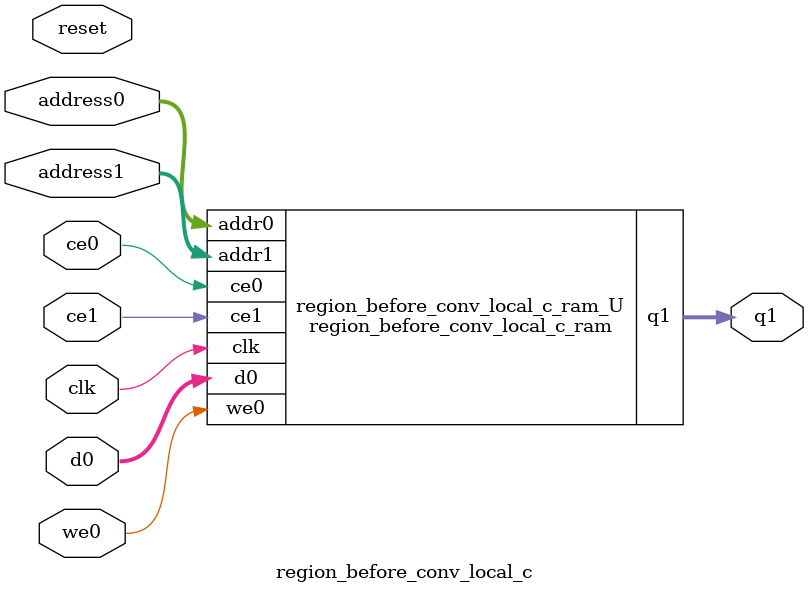
<source format=v>
`timescale 1 ns / 1 ps
module region_before_conv_local_c_ram (addr0, ce0, d0, we0, addr1, ce1, q1,  clk);

parameter DWIDTH = 32;
parameter AWIDTH = 7;
parameter MEM_SIZE = 100;

input[AWIDTH-1:0] addr0;
input ce0;
input[DWIDTH-1:0] d0;
input we0;
input[AWIDTH-1:0] addr1;
input ce1;
output reg[DWIDTH-1:0] q1;
input clk;

(* ram_style = "block" *)reg [DWIDTH-1:0] ram[0:MEM_SIZE-1];




always @(posedge clk)  
begin 
    if (ce0) begin
        if (we0) 
            ram[addr0] <= d0; 
    end
end


always @(posedge clk)  
begin 
    if (ce1) begin
        q1 <= ram[addr1];
    end
end


endmodule

`timescale 1 ns / 1 ps
module region_before_conv_local_c(
    reset,
    clk,
    address0,
    ce0,
    we0,
    d0,
    address1,
    ce1,
    q1);

parameter DataWidth = 32'd32;
parameter AddressRange = 32'd100;
parameter AddressWidth = 32'd7;
input reset;
input clk;
input[AddressWidth - 1:0] address0;
input ce0;
input we0;
input[DataWidth - 1:0] d0;
input[AddressWidth - 1:0] address1;
input ce1;
output[DataWidth - 1:0] q1;



region_before_conv_local_c_ram region_before_conv_local_c_ram_U(
    .clk( clk ),
    .addr0( address0 ),
    .ce0( ce0 ),
    .we0( we0 ),
    .d0( d0 ),
    .addr1( address1 ),
    .ce1( ce1 ),
    .q1( q1 ));

endmodule


</source>
